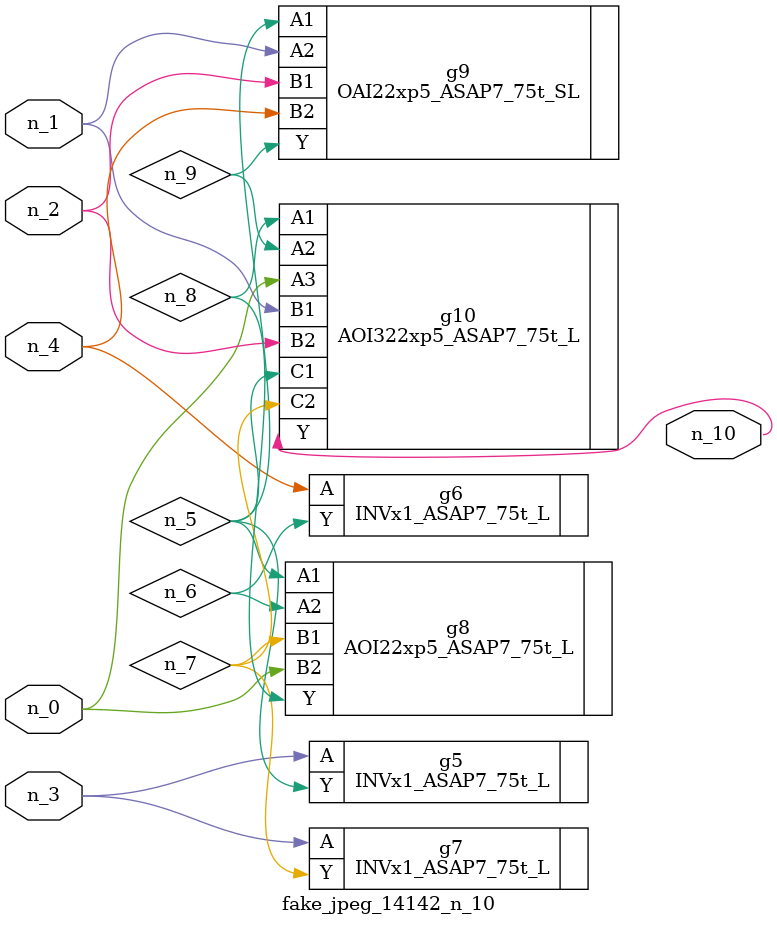
<source format=v>
module fake_jpeg_14142_n_10 (n_3, n_2, n_1, n_0, n_4, n_10);

input n_3;
input n_2;
input n_1;
input n_0;
input n_4;

output n_10;

wire n_8;
wire n_9;
wire n_6;
wire n_5;
wire n_7;

INVx1_ASAP7_75t_L g5 ( 
.A(n_3),
.Y(n_5)
);

INVx1_ASAP7_75t_L g6 ( 
.A(n_4),
.Y(n_6)
);

INVx1_ASAP7_75t_L g7 ( 
.A(n_3),
.Y(n_7)
);

AOI22xp5_ASAP7_75t_L g8 ( 
.A1(n_5),
.A2(n_6),
.B1(n_7),
.B2(n_0),
.Y(n_8)
);

AOI322xp5_ASAP7_75t_L g10 ( 
.A1(n_8),
.A2(n_9),
.A3(n_0),
.B1(n_1),
.B2(n_2),
.C1(n_5),
.C2(n_7),
.Y(n_10)
);

OAI22xp5_ASAP7_75t_SL g9 ( 
.A1(n_5),
.A2(n_1),
.B1(n_2),
.B2(n_4),
.Y(n_9)
);


endmodule
</source>
